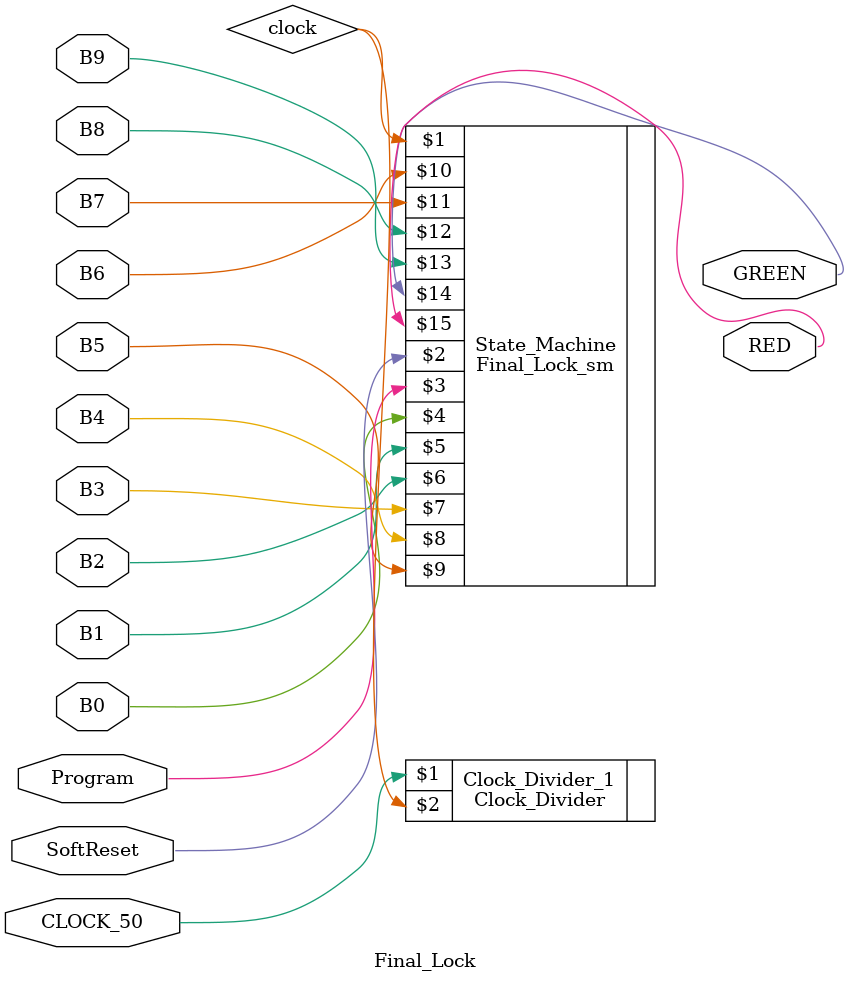
<source format=v>
module Final_Lock(CLOCK_50, SoftReset, Program, B0, B1, B2, B3, B4, B5, B6, B7, B8, B9, GREEN, RED);

	input CLOCK_50;
	input SoftReset, Program;
	input B0, B1, B2, B3, B4, B5, B6, B7, B8, B9;
	output GREEN, RED;
	
	wire clock;
	
	Final_Lock_sm State_Machine(clock, SoftReset, Program, B0, B1, B2, B3, B4, B5, B6, B7, B8, B9, GREEN, RED);
	Clock_Divider Clock_Divider_1(CLOCK_50, clock);
endmodule
</source>
